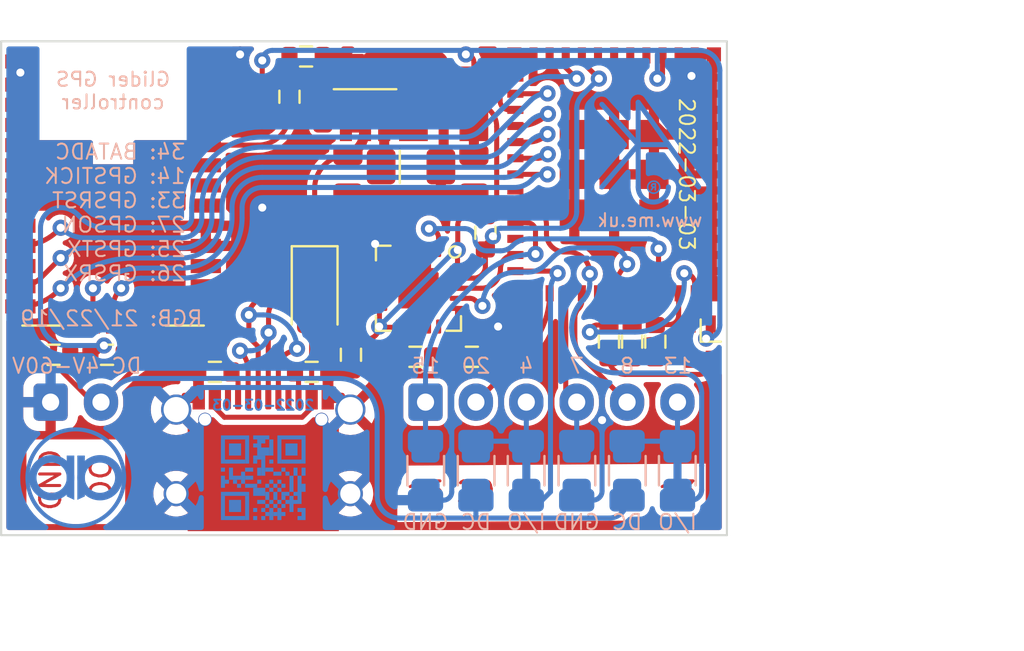
<source format=kicad_pcb>
(kicad_pcb (version 20221018) (generator pcbnew)
  (title_block (title "GPS / Glider control board") (date "${DATE}") (rev "1") (company "Adrian Kennard Andrews & Arnold Ltd") (comment 1 "www.me.uk") (comment 2 "@TheRealRevK"))
  (layers (0 "F.Cu" signal) (31 "B.Cu" signal) (34 "B.Paste" user) (35 "F.Paste" user) (36 "B.SilkS" user "B.Silkscreen") (37 "F.SilkS" user "F.Silkscreen") (38 "B.Mask" user) (39 "F.Mask" user) (44 "Edge.Cuts" user))
  (property "DATE" "2022-03-03")
  (net 0 "")
  (net 1 "D+")
  (net 2 "GND")
  (net 3 "D-")
  (net 4 "+3V3")
  (net 5 "VBUS")
  (net 6 "Net-(D2-Pad2)")
  (net 7 "O")
  (net 8 "I")
  (net 9 "Net-(D2-Pad3)")
  (net 10 "Net-(D2-Pad4)")
  (net 12 "BAT")
  (net 13 "EN")
  (net 14 "DC")
  (net 16 "BOOT")
  (net 17 "G")
  (net 18 "R")
  (net 19 "B")
  (net 23 "TICK")
  (net 25 "GPSTX")
  (net 26 "GPSRX")
  (net 27 "GPSON")
  (net 28 "GPSRST")
  (net 30 "Net-(R12-Pad2)")
  (net 33 "Net-(R4-Pad2)")
  (net 38 "Net-(U2-Pad16)")
  (net 40 "Net-(J3-PadA5)")
  (net 42 "Net-(J3-PadB5)")
  (net 46 "IO6")
  (net 47 "IO5")
  (net 48 "IO4")
  (net 49 "IO3")
  (net 50 "IO2")
  (net 51 "IO1")
  (net 52 "Net-(J2-Pad3)")
  (net 53 "Net-(J2-Pad6)")
  (footprint "RevK:R_0603" (layer "F.Cu") (at 94.65 134.15 180)
    (fp_text reference "R2" hide)
    (fp_text value "5K1")
  )
  (footprint "RevK:USC16-TR-Round" (layer "F.Cu") (at 97.05 142.3)
    (fp_text reference "J3" hide)
    (fp_text value "USB-C")
  )
  (footprint "RevK:R_0603" (layer "F.Cu") (at 99.45 134.15 180)
    (fp_text reference "R3" hide)
    (fp_text value "5K1")
  )
  (footprint "RevK:R_0603" (layer "F.Cu") (at 114.2 132.65 90)
    (fp_text reference "R9" hide)
    (fp_text value "680R")
  )
  (footprint "RevK:R_0603" (layer "F.Cu") (at 116.5 132.65 90)
    (fp_text reference "R10" hide)
    (fp_text value "2K")
  )
  (footprint "RevK:R_0603" (layer "F.Cu") (at 115.35 132.65 90)
    (fp_text reference "R11" hide)
    (fp_text value "220R")
  )
  (footprint "RevK:LED-RGB-1.6x1.6" (layer "F.Cu") (at 118.75 132.65 90)
    (fp_text reference "D2" hide)
    (fp_text value "LED_RGBA")
  )
  (footprint "Diode_SMD:D_1206_3216Metric" (layer "F.Cu") (at 99.6 130.2 -90)
    (fp_text reference "D1" hide)
    (fp_text value "D")
  )
  (footprint "RevK:C_0603" (layer "F.Cu") (at 101.4 133.3 -90)
    (fp_text reference "C1" hide)
    (fp_text value "0.1uF")
  )
  (footprint "RevK:Hidden" (layer "F.Cu") (at 100 121.05 90)
    (fp_text reference "C2" hide)
    (fp_text value "0.1uF")
  )
  (footprint "RevK:Hidden" (layer "F.Cu") (at 101.25 124.35 90)
    (fp_text reference "C3" hide)
    (fp_text value "2.2uF")
  )
  (footprint "RevK:Hidden" (layer "F.Cu") (at 107.5 124.35 90)
    (fp_text reference "C4" hide)
    (fp_text value "10uF")
  )
  (footprint "RevK:Hidden" (layer "F.Cu") (at 104.38 123.97 180)
    (fp_text reference "D3" hide)
    (fp_text value "Schottky")
  )
  (footprint "RevK:Hidden" (layer "F.Cu") (at 106 120.8 180)
    (fp_text reference "L1" hide)
    (fp_text value "6.8uH")
  )
  (footprint "RevK:L96-M33" (layer "F.Cu") (at 89.6 124.85)
    (fp_text reference "U2" hide)
    (fp_text value "L96-M33")
  )
  (footprint "RevK:R_0603" (layer "F.Cu") (at 108.07 127.25 -90)
    (fp_text reference "R1" hide)
    (fp_text value "10k")
  )
  (footprint "RevK:R_0603" (layer "F.Cu") (at 104.6 133.4)
    (fp_text reference "R4" hide)
    (fp_text value "4k7")
  )
  (footprint "RevK:Molex_MiniSPOX_H6RA" (layer "F.Cu") (at 111.35 135.65)
    (fp_text reference "J2" hide)
    (fp_text value "I/O")
  )
  (footprint "RevK:ESP32-PICO-MINI-02" (layer "F.Cu") (at 114.45675 124.35 -90)
    (fp_text reference "U1" hide)
    (fp_text value "ESP32-PICO-MINI-02")
  )
  (footprint "RevK:R_0603" (layer "F.Cu") (at 99.175 118.5 180)
    (fp_text reference "R12" hide)
    (fp_text value "30k 1% or NF")
  )
  (footprint "RevK:Molex_MiniSPOX_H2RA" (layer "F.Cu") (at 87.75 135.65)
    (fp_text reference "J1" hide)
    (fp_text value "DC")
  )
  (footprint "RevK:QFN-20-1EP_4x4mm_P0.5mm_EP2.5x2.5mm" (layer "F.Cu") (at 104.75 130 -90)
    (fp_text reference "U3" hide)
    (fp_text value "FT231XQ")
  )
  (footprint "RevK:RegulatorBlockFB" (layer "F.Cu") (at 102.1 120.8)
    (fp_text reference "U4" hide)
    (fp_text value "LMR16006+FB")
  )
  (footprint "RevK:R_0603" (layer "F.Cu") (at 107.4 133.4)
    (fp_text reference "R5" hide)
    (fp_text value "10k")
  )
  (footprint "RevK:R_0603" (layer "F.Cu") (at 86.65 133.3 180)
    (fp_text reference "R6" hide)
    (fp_text value "470K")
  )
  (footprint "RevK:R_0603" (layer "F.Cu") (at 98.35 120.5 90)
    (fp_text reference "R8" hide)
    (fp_text value "100k 1% or 0R")
  )
  (footprint "RevK:R_0603" (layer "F.Cu") (at 89.3 133.3 180)
    (fp_text reference "R7" hide)
    (fp_text value "100K")
  )
  (footprint "RevK:AA" (layer "B.Cu") (at 87.75 139.4 180)
    (fp_text reference "Logo1" hide)
    (fp_text value "AA" hide)
  )
  (footprint "RevK:QR-SS" (layer "B.Cu") (at 97.05 139.4)
    (fp_text reference "U5" hide)
    (fp_text value "QR" hide)
  )
  (footprint "RevK:Pad_1206_0805_Bridged" (layer "B.Cu") (at 110.1 139.05 -90)
    (fp_text reference "JP6" hide)
    (fp_text value "IO3")
  )
  (footprint "RevK:Pad_1206_0805_Open" (layer "B.Cu") (at 105.1 139.05 90)
    (fp_text reference "JP4" hide)
    (fp_text value "IO1")
  )
  (footprint "RevK:Pad_1206_0805_Open" (layer "B.Cu") (at 107.6 139.05 90)
    (fp_text reference "JP3" hide)
    (fp_text value "IO3")
  )
  (footprint "RevK:Pad_1206_0805_Open" (layer "B.Cu") (at 112.6 139.05 90)
    (fp_text reference "JP2" hide)
    (fp_text value "IO4")
  )
  (footprint "RevK:AJK" (layer "B.Cu") (at 115.65 122.875 180)
    (fp_text reference "Logo2" hide)
    (fp_text value "AJK" hide)
  )
  (footprint "RevK:Pad_1206_0805_Open" (layer "B.Cu") (at 115.1 139.05 90)
    (fp_text reference "JP1" hide)
    (fp_text value "IO6")
  )
  (footprint "RevK:Pad_1206_0805_Bridged" (layer "B.Cu") (at 117.6 139.05 -90)
    (fp_text reference "JP5" hide)
    (fp_text value "IO6")
  )
  (gr_line (start 84.05 117.75) (end 120.05 117.75) (stroke (width 0.1)) (layer "Edge.Cuts"))
  (gr_line (start 84.05 142.25) (end 120.05 142.25) (stroke (width 0.1)) (layer "Edge.Cuts"))
  (gr_line (start 120.05 117.75) (end 120.05 142.25) (stroke (width 0.1)) (layer "Edge.Cuts"))
  (gr_line (start 84.05 142.25) (end 84.05 117.75) (stroke (width 0.1)) (layer "Edge.Cuts"))
  (gr_text "13" (at 117.6 140.1) (layer "F.Cu") (effects (font (size 1 1))))
  (gr_text "7" (at 112.6 140.1) (layer "F.Cu") (effects (font (size 1 1))))
  (gr_text "DC" (at 89 139.5 90) (layer "F.Cu") (effects (font (size 1 1))))
  (gr_text "8" (at 115.1 140.1) (layer "F.Cu") (effects (font (size 1 1))))
  (gr_text "4" (at 110.1 140.1) (layer "F.Cu") (effects (font (size 1 1))))
  (gr_text "15" (at 105.1 140.1) (layer "F.Cu") (effects (font (size 1 1))))
  (gr_text "20" (at 107.6 140.1) (layer "F.Cu") (effects (font (size 1 1))))
  (gr_text "GND" (at 86.5 139.5 90) (layer "F.Cu") (effects (font (size 1 1))))
  (gr_text "7" (at 112.6 133.85) (layer "B.SilkS") (effects (font (size 0.75 0.75) (thickness 0.1)) (justify mirror)))
  (gr_text "4" (at 110.1 133.85) (layer "B.SilkS") (effects (font (size 0.75 0.75) (thickness 0.1)) (justify mirror)))
  (gr_text "I/O" (at 110.1 141.6) (layer "B.SilkS") (effects (font (size 0.75 0.75) (thickness 0.1)) (justify mirror)))
  (gr_text "DC" (at 115.1 141.6) (layer "B.SilkS") (effects (font (size 0.75 0.75) (thickness 0.1)) (justify mirror)))
  (gr_text "15" (at 105.1 133.85) (layer "B.SilkS") (effects (font (size 0.75 0.75) (thickness 0.1)) (justify mirror)))
  (gr_text "34: BATADC\n14: GPSTICK\n33: GPSRST\n27: GPSON\n25: GPSTX\n26: GPSRX" (at 93.25 126.25) (layer "B.SilkS") (effects (font (size 0.75 0.75) (thickness 0.1)) (justify left mirror)))
  (gr_text "GND" (at 112.6 141.6) (layer "B.SilkS") (effects (font (size 0.75 0.75) (thickness 0.1)) (justify mirror)))
  (gr_text "DC" (at 107.6 141.6) (layer "B.SilkS") (effects (font (size 0.75 0.75) (thickness 0.1)) (justify mirror)))
  (gr_text "20" (at 107.6 133.85) (layer "B.SilkS") (effects (font (size 0.75 0.75) (thickness 0.1)) (justify mirror)))
  (gr_text "GND" (at 105.1 141.6) (layer "B.SilkS") (effects (font (size 0.75 0.75) (thickness 0.1)) (justify mirror)))
  (gr_text "DC 4V-60V" (at 87.8 133.85) (layer "B.SilkS") (effects (font (size 0.75 0.75) (thickness 0.1)) (justify mirror)))
  (gr_text "Glider GPS\ncontroller" (at 89.6 120.2) (layer "B.SilkS") (effects (font (size 0.7 0.7) (thickness 0.1)) (justify mirror)))
  (gr_text "8" (at 115.1 133.85) (layer "B.SilkS") (effects (font (size 0.75 0.75) (thickness 0.1)) (justify mirror)))
  (gr_text "I/O" (at 117.6 141.6) (layer "B.SilkS") (effects (font (size 0.75 0.75) (thickness 0.1)) (justify mirror)))
  (gr_text "RGB: 21/22/19" (at 94.1 131.5) (layer "B.SilkS") (effects (font (size 0.75 0.75) (thickness 0.1)) (justify left mirror)))
  (gr_text "13" (at 117.6 133.85) (layer "B.SilkS") (effects (font (size 0.75 0.75) (thickness 0.1)) (justify mirror)))
  (segment (start 96.8 132.9) (end 96.8 135.44) (width 0.25) (layer "F.Cu") (net 1))
  (segment (start 98.62975 133.097828) (end 98.7255 133.002078) (width 0.2) (layer "F.Cu") (net 1))
  (segment (start 96.337057 131.321497) (end 96.337057 132.437057) (width 0.25) (layer "F.Cu") (net 1))
  (segment (start 97.8 135.44) (end 97.8 134) (width 0.25) (layer "F.Cu") (net 1))
  (segment (start 96.337057 132.437057) (end 96.8 132.9) (width 0.25) (layer "F.Cu") (net 1))
  (segment (start 96.395451 131.018876) (end 96.337057 131.07727) (width 0.25) (layer "F.Cu") (net 1))
  (segment (start 98.615252 133.097828) (end 98.62975 133.097828) (width 0.2) (layer "F.Cu") (net 1))
  (segment (start 96.337057 131.07727) (end 96.337057 131.321497) (width 0.25) (layer "F.Cu") (net 1))
  (segment (start 102.8125 130) (end 98.2 130) (width 0.25) (layer "F.Cu") (net 1))
  (via (at 98.7255 133.002078) (size 0.8) (drill 0.4) (layers "F.Cu" "B.Cu") (net 1))
  (via (at 96.337057 131.321497) (size 0.8) (drill 0.4) (layers "F.Cu" "B.Cu") (net 1))
  (arc (start 98.2 130) (mid 97.164745 130.27319) (end 96.395451 131.018876) (width 0.25) (layer "F.Cu") (net 1))
  (arc (start 97.8 134) (mid 98.034208 133.392838) (end 98.615252 133.097828) (width 0.25) (layer "F.Cu") (net 1))
  (segment (start 96.337057 131.321497) (end 97.044919 131.321497) (width 0.25) (layer "B.Cu") (net 1))
  (arc (start 97.044919 131.321497) (mid 98.233269 131.813728) (end 98.7255 133.002078) (width 0.25) (layer "B.Cu") (net 1))
  (segment (start 91.6 131.64729) (end 91.6 131.5) (width 0.25) (layer "F.Cu") (net 2))
  (segment (start 104.75 131.9375) (end 104.75 130) (width 0.25) (layer "F.Cu") (net 2))
  (segment (start 103.75 129) (end 104.75 130) (width 0.25) (layer "F.Cu") (net 2))
  (segment (start 105.25 129.5) (end 104.75 130) (width 0.25) (layer "F.Cu") (net 2))
  (segment (start 100 118.5) (end 101.95 118.5) (width 0.25) (layer "F.Cu") (net 2))
  (segment (start 102.1 118.65) (end 102.1 119.45) (width 0.25) (layer "F.Cu") (net 2))
  (segment (start 103.75 128.0625) (end 103.75 129) (width 0.25) (layer "F.Cu") (net 2))
  (segment (start 109.55675 121.15) (end 109.25 121.15) (width 0.25) (layer "F.Cu") (net 2))
  (segment (start 101.25 125.3) (end 101.25 128.15) (width 0.25) (layer "F.Cu") (net 2))
  (segment (start 108.8 119.10675) (end 108.8 120.7) (width 0.25) (layer "F.Cu") (net 2))
  (segment (start 101.95 118.5) (end 102.1 118.65) (width 0.25) (layer "F.Cu") (net 2))
  (segment (start 102.8125 129) (end 103.75 129) (width 0.25) (layer "F.Cu") (net 2))
  (segment (start 104.25 128.0625) (end 104.25 129.5) (width 0.25) (layer "F.Cu") (net 2))
  (segment (start 90.84885 133.000171) (end 91.174511 132.674511) (width 0.25) (layer "F.Cu") (net 2))
  (segment (start 105.25 128.0625) (end 105.25 129.5) (width 0.25) (layer "F.Cu") (net 2))
  (segment (start 104.75 128.0625) (end 104.75 130) (width 0.25) (layer "F.Cu") (net 2))
  (segment (start 102.8125 129) (end 102.1 129) (width 0.25) (layer "F.Cu") (net 2))
  (via (at 85 119.3) (size 0.8) (drill 0.4) (layers "F.Cu" "B.Cu") (net 2))
  (via (at 113.858486 136.541514) (size 0.8) (drill 0.4) (layers "F.Cu" "B.Cu") (net 2))
  (via (at 102.6 127.8) (size 0.8) (drill 0.4) (layers "F.Cu" "B.Cu") (net 2))
  (via (at 97 126) (size 0.8) (drill 0.4) (layers "F.Cu" "B.Cu") (net 2))
  (via (at 118.29425 119.46752) (size 0.8) (drill 0.4) (layers "F.Cu" "B.Cu") (net 2))
  (via (at 108.7 131.9) (size 0.8) (drill 0.4) (layers "F.Cu" "B.Cu") (net 2))
  (via (at 95.9 118.4) (size 0.8) (drill 0.4) (layers "F.Cu" "B.Cu") (net 2))
  (arc (start 109.25 121.15) (mid 108.931802 121.018198) (end 108.8 120.7) (width 0.25) (layer "F.Cu") (net 2))
  (arc (start 90.125 133.3) (mid 90.516745 133.222077) (end 90.84885 133.000171) (width 0.25) (layer "F.Cu") (net 2))
  (arc (start 91.174511 132.674511) (mid 91.489419 132.203218) (end 91.6 131.64729) (width 0.25) (layer "F.Cu") (net 2))
  (arc (start 101.25 128.15) (mid 101.498959 128.751041) (end 102.1 129) (width 0.25) (layer "F.Cu") (net 2))
  (arc (start 109.50675 118.4) (mid 109.007002 118.607002) (end 108.8 119.10675) (width 0.25) (layer "F.Cu") (net 2))
  (segment (start 105.1 140.5125) (end 105.98846 140.5125) (width 0.25) (layer "B.Cu") (net 2))
  (segment (start 113.858486 140.058486) (end 113.858486 136.541514) (width 0.25) (layer "B.Cu") (net 2))
  (segment (start 106.40048 138.40048) (end 106.40048 140.10048) (width 0.25) (layer "B.Cu") (net 2))
  (segment (start 106.40048 138.40048) (end 106.40048 135.30048) (width 0.25) (layer "B.Cu") (net 2))
  (segment (start 100.5 136.89) (end 100.5 139.32) (width 0.25) (layer "B.Cu") (net 2))
  (segment (start 100.5 139.32) (end 101.37 140.19) (width 0.25) (layer "B.Cu") (net 2))
  (segment (start 100.27498 134.92498) (end 101.37 136.02) (width 0.25) (layer "B.Cu") (net 2))
  (segment (start 112.6 140.5125) (end 113.404472 140.5125) (width 0.25) (layer "B.Cu") (net 2))
  (segment (start 93.82502 134.92498) (end 100.27498 134.92498) (width 0.25) (layer "B.Cu") (net 2))
  (segment (start 92.73 136.02) (end 93.82502 134.92498) (width 0.25) (layer "B.Cu") (net 2))
  (segment (start 101.37 136.02) (end 100.5 136.89) (width 0.25) (layer "B.Cu") (net 2))
  (segment (start 107.178976 133.421023) (end 108.7 131.9) (width 0.25) (layer "B.Cu") (net 2))
  (arc (start 106.40048 135.30048) (mid 106.602805 134.283325) (end 107.178976 133.421023) (width 0.25) (layer "B.Cu") (net 2))
  (arc (start 105.98846 140.5125) (mid 106.279802 140.391822) (end 106.40048 140.10048) (width 0.25) (layer "B.Cu") (net 2))
  (arc (start 113.404472 140.5125) (mid 113.725508 140.379522) (end 113.858486 140.058486) (width 0.25) (layer "B.Cu") (net 2))
  (segment (start 96.3 134.066611) (end 96.3 135.44) (width 0.25) (layer "F.Cu") (net 3))
  (segment (start 97.313184 132.545797) (end 97.313184 131.286816) (width 0.25) (layer "F.Cu") (net 3))
  (segment (start 102.8125 130.5) (end 98.1 130.5) (width 0.25) (layer "F.Cu") (net 3))
  (segment (start 97.3 135.44) (end 97.3 132.558981) (width 0.25) (layer "F.Cu") (net 3))
  (via (at 97.313184 132.2) (size 0.8) (drill 0.4) (layers "F.Cu" "B.Cu") (net 3))
  (via (at 95.899639 133.100055) (size 0.8) (drill 0.4) (layers "F.Cu" "B.Cu") (net 3))
  (arc (start 95.899639 133.100055) (mid 96.195949 133.543515) (end 96.3 134.066611) (width 0.25) (layer "F.Cu") (net 3))
  (arc (start 97.3 132.558981) (mid 97.303862 132.549659) (end 97.313184 132.545797) (width 0.2) (layer "F.Cu") (net 3))
  (arc (start 97.313184 131.286816) (mid 97.543637 130.730453) (end 98.1 130.5) (width 0.25) (layer "F.Cu") (net 3))
  (segment (start 96.413129 133.100055) (end 95.899639 133.100055) (width 0.25) (layer "B.Cu") (net 3))
  (arc (start 97.313184 132.2) (mid 97.049564 132.836435) (end 96.413129 133.100055) (width 0.25) (layer "B.Cu") (net 3))
  (segment (start 102.8125 131) (end 102.8125 132.0875) (width 0.25) (layer "F.Cu") (net 4))
  (segment (start 102.8375 131.9375) (end 102.8 131.9) (width 0.25) (layer "F.Cu") (net 4))
  (segment (start 119.25 131.775) (end 119.25 132.26925) (width 0.25) (layer "F.Cu") (net 4))
  (segment (start 106.6875 129) (end 106.6875 128.1125) (width 0.25) (layer "F.Cu") (net 4))
  (segment (start 106.6875 128.1125) (end 106.7 128.1) (width 0.25) (layer "F.Cu") (net 4))
  (segment (start 108.63 121.98) (end 108.63 125.865) (width 0.25) (layer "F.Cu") (net 4))
  (segment (start 97 118.7) (end 97 119.975) (width 0.25) (layer "F.Cu") (net 4))
  (segment (start 106.7 128.1) (end 106.7 126.86) (width 0.25) (layer "F.Cu") (net 4))
  (segment (start 103.75 131.9375) (end 102.8375 131.9375) (width 0.25) (layer "F.Cu") (net 4))
  (segment (start 103.75 131.9375) (end 104.25 131.9375) (width 0.25) (layer "F.Cu") (net 4))
  (segment (start 107.5 120.85) (end 107.5 118.8) (width 0.25) (layer "F.Cu") (net 4))
  (segment (start 101.4 132.525) (end 102.175 132.525) (width 0.25) (layer "F.Cu") (net 4))
  (segment (start 94.2 122.9) (end 96.775 122.9) (width 0.25) (layer "F.Cu") (net 4))
  (segment (start 108.07 126.425) (end 107.135 126.425) (width 0.25) (layer "F.Cu") (net 4))
  (segment (start 119.25 132.26925) (end 119.01875 132.5005) (width 0.25) (layer "F.Cu") (net 4))
  (segment (start 116.85675 118.45) (end 116.85675 119.34325) (width 0.25) (layer "F.Cu") (net 4))
  (via (at 97 118.7) (size 0.8) (drill 0.4) (layers "F.Cu" "B.Cu") (net 4))
  (via (at 107.1 118.4) (size 0.8) (drill 0.4) (layers "F.Cu" "B.Cu") (net 4))
  (via (at 102.8 131.9) (size 0.8) (drill 0.4) (layers "F.Cu" "B.Cu") (net 4))
  (via (at 106.7 128.1) (size 0.8) (drill 0.4) (layers "F.Cu" "B.Cu") (net 4))
  (via (at 119.01875 132.5005) (size 0.8) (drill 0.4) (layers "F.Cu" "B.Cu") (net 4))
  (via (at 116.6 119.6) (size 0.8) (drill 0.4) (layers "F.Cu" "B.Cu") (net 4))
  (arc (start 106.7 126.86) (mid 106.827409 126.552409) (end 107.135 126.425) (width 0.25) (layer "F.Cu") (net 4))
  (arc (start 107.5 118.8) (mid 107.382843 118.517157) (end 107.1 118.4) (width 0.25) (layer "F.Cu") (net 4))
  (arc (start 97 119.975) (mid 97.395406 120.929594) (end 98.35 121.325) (width 0.25) (layer "F.Cu") (net 4))
  (arc (start 102.175 132.525) (mid 102.616942 132.341942) (end 102.8 131.9) (width 0.25) (layer "F.Cu") (net 4))
  (arc (start 96.775 122.9) (mid 97.888693 122.438693) (end 98.35 121.325) (width 0.25) (layer "F.Cu") (net 4))
  (arc (start 107.5 120.85) (mid 108.299031 121.180969) (end 108.63 121.98) (width 0.25) (layer "F.Cu") (net 4))
  (arc (start 116.85675 119.34325) (mid 116.78155 119.5248) (end 116.6 119.6) (width 0.25) (layer "F.Cu") (net 4))
  (arc (start 108.63 125.865) (mid 108.46598 126.26098) (end 108.07 126.425) (width 0.25) (layer "F.Cu") (net 4))
  (segment (start 97.5 118.2) (end 118.7 118.2) (width 0.25) (layer "B.Cu") (net 4))
  (segment (start 106.7 128.1) (end 106.6 128.1) (width 0.25) (layer "B.Cu") (net 4))
  (segment (start 116.6 119.6) (end 116.6 118.4) (width 0.25) (layer "B.Cu") (net 4))
  (segment (start 106.6 128.1) (end 102.8 131.9) (width 0.25) (layer "B.Cu") (net 4))
  (segment (start 119.7 119.2) (end 119.7 131.81925) (width 0.25) (layer "B.Cu") (net 4))
  (arc (start 97 118.7) (mid 97.146447 118.346447) (end 97.5 118.2) (width 0.25) (layer "B.Cu") (net 4))
  (arc (start 119.7 131.81925) (mid 119.500466 132.300966) (end 119.01875 132.5005) (width 0.25) (layer "B.Cu") (net 4))
  (arc (start 118.7 118.2) (mid 119.407107 118.492893) (end 119.7 119.2) (width 0.25) (layer "B.Cu") (net 4))
  (segment (start 99.45 135.925006) (end 98.975006 136.4) (width 0.25) (layer "F.Cu") (net 5))
  (segment (start 99.45 135.44) (end 99.45 135.925006) (width 0.25) (layer "F.Cu") (net 5))
  (segment (start 99.45 135.44) (end 99.45 133.25) (width 0.25) (layer "F.Cu") (net 5))
  (segment (start 99.45 133.25) (end 99.45 131.75) (width 0.25) (layer "F.Cu") (net 5))
  (segment (start 94.65 135.925006) (end 94.65 135.44) (width 0.25) (layer "F.Cu") (net 5))
  (segment (start 99.5 133.3) (end 99.45 133.25) (width 0.25) (layer "F.Cu") (net 5))
  (segment (start 98.975006 136.4) (end 95.124994 136.4) (width 0.25) (layer "F.Cu") (net 5))
  (segment (start 103.533579 133.3) (end 99.5 133.3) (width 0.25) (layer "F.Cu") (net 5))
  (segment (start 95.124994 136.4) (end 94.65 135.925006) (width 0.25) (layer "F.Cu") (net 5))
  (arc (start 103.775 133.4) (mid 103.664235 133.325989) (end 103.533579 133.3) (width 0.25) (layer "F.Cu") (net 5))
  (arc (start 99.45 131.75) (mid 99.493934 131.643934) (end 99.6 131.6) (width 0.25) (layer "F.Cu") (net 5))
  (segment (start 118.675489 134.274511) (end 114.999511 134.274511) (width 0.25) (layer "F.Cu") (net 6))
  (segment (start 119.25 133.525) (end 119.25 133.7) (width 0.25) (layer "F.Cu") (net 6))
  (arc (start 119.25 133.7) (mid 119.08173 134.106241) (end 118.675489 134.274511) (width 0.25) (layer "F.Cu") (net 6))
  (arc (start 114.999511 134.274511) (mid 114.434171 134.04034) (end 114.2 133.475) (width 0.25) (layer "F.Cu") (net 6))
  (segment (start 115.25675 130.25) (end 115.25675 129.800978) (width 0.25) (layer "F.Cu") (net 7))
  (segment (start 105.75 128.0625) (end 105.75 127.52) (width 0.25) (layer "F.Cu") (net 7))
  (segment (start 116.659368 128.038546) (end 116.659368 128.940632) (width 0.25) (layer "F.Cu") (net 7))
  (segment (start 115.578864 129.478864) (end 116.121136 129.478864) (width 0.25) (layer "F.Cu") (net 7))
  (via (at 105.27 127.04) (size 0.8) (drill 0.4) (layers "F.Cu" "B.Cu") (net 7))
  (via (at 116.659368 128.038546) (size 0.8) (drill 0.4) (layers "F.Cu" "B.Cu") (net 7))
  (arc (start 105.75 127.52) (mid 105.609411 127.180589) (end 105.27 127.04) (width 0.25) (layer "F.Cu") (net 7))
  (arc (start 115.25675 129.800978) (mid 115.351095 129.573209) (end 115.578864 129.478864) (width 0.25) (layer "F.Cu") (net 7))
  (arc (start 116.659368 128.940632) (mid 116.501723 129.321219) (end 116.121136 129.478864) (width 0.25) (layer "F.Cu") (net 7))
  (segment (start 110.248202 127.548663) (end 116.169485 127.548663) (width 0.25) (layer "B.Cu") (net 7))
  (segment (start 108.143355 128.142917) (end 108.813547 128.142917) (width 0.25) (layer "B.Cu") (net 7))
  (segment (start 105.27 127.04) (end 107.040438 127.04) (width 0.25) (layer "B.Cu") (net 7))
  (arc (start 116.169485 127.548663) (mid 116.515885 127.692146) (end 116.659368 128.038546) (width 0.25) (layer "B.Cu") (net 7))
  (arc (start 107.550219 127.549781) (mid 107.723945 127.969191) (end 108.143355 128.142917) (width 0.25) (layer "B.Cu") (net 7))
  (arc (start 108.813547 128.142917) (mid 109.130933 128.079785) (end 109.4 127.9) (width 0.25) (layer "B.Cu") (net 7))
  (arc (start 109.4 127.9) (mid 109.789158 127.639973) (end 110.248202 127.548663) (width 0.25) (layer "B.Cu") (net 7))
  (arc (start 107.040438 127.04) (mid 107.400908 127.189311) (end 107.550219 127.549781) (width 0.25) (layer "B.Cu") (net 7))
  (segment (start 107.671832 130.745982) (end 107.794966 130.745982) (width 0.25) (layer "F.Cu") (net 8))
  (segment (start 106.6875 130.5) (end 107.3 130.5) (width 0.25) (layer "F.Cu") (net 8))
  (segment (start 107.794966 130.745982) (end 107.9245 130.875516) (width 0.25) (layer "F.Cu") (net 8))
  (segment (start 115.027208 128.872791) (end 115.1 128.8) (width 0.25) (layer "F.Cu") (net 8))
  (via (at 115.1 128.8) (size 0.8) (drill 0.4) (layers "F.Cu" "B.Cu") (net 8))
  (via (at 107.9245 130.875516) (size 0.8) (drill 0.4) (layers "F.Cu" "B.Cu") (net 8))
  (arc (start 107.3 130.5) (mid 107.522228 130.567412) (end 107.671832 130.745982) (width 0.25) (layer "F.Cu") (net 8))
  (arc (start 114.45675 130.25) (mid 114.605007 129.50466) (end 115.027208 128.872791) (width 0.25) (layer "F.Cu") (net 8))
  (segment (start 109.6 129.2) (end 110.172338 129.2) (width 0.25) (layer "B.Cu") (net 8))
  (segment (start 112.499572 128) (end 113.720482 128) (width 0.25) (layer "B.Cu") (net 8))
  (segment (start 111.040426 128.840426) (end 111.443349 128.437502) (width 0.25) (layer "B.Cu") (net 8))
  (segment (start 107.9245 130.875516) (end 107.9245 130.8755) (width 0.25) (layer "B.Cu") (net 8))
  (segment (start 114.3 128) (end 113.720482 128) (width 0.25) (layer "B.Cu") (net 8))
  (arc (start 107.9245 130.8755) (mid 108.415243 129.690743) (end 109.6 129.2) (width 0.25) (layer "B.Cu") (net 8))
  (arc (start 110.172338 129.2) (mid 110.642144 129.106549) (end 111.040426 128.840426) (width 0.25) (layer "B.Cu") (net 8))
  (arc (start 111.443349 128.437502) (mid 111.927949 128.113703) (end 112.499572 128) (width 0.25) (layer "B.Cu") (net 8))
  (arc (start 115.1 128.8) (mid 114.865685 128.234315) (end 114.3 128) (width 0.25) (layer "B.Cu") (net 8))
  (segment (start 118.2 133.475) (end 118.25 133.525) (width 0.25) (layer "F.Cu") (net 9))
  (segment (start 116.5 133.475) (end 118.2 133.475) (width 0.25) (layer "F.Cu") (net 9))
  (segment (start 117.47548 132.54952) (end 116.27548 132.54952) (width 0.25) (layer "F.Cu") (net 10))
  (arc (start 118.25 131.775) (mid 118.023148 132.322668) (end 117.47548 132.54952) (width 0.25) (layer "F.Cu") (net 10))
  (arc (start 116.27548 132.54952) (mid 115.621067 132.820587) (end 115.35 133.475) (width 0.25) (layer "F.Cu") (net 10))
  (segment (start 112.05675 119.05675) (end 112.6 119.6) (width 0.25) (layer "F.Cu") (net 12))
  (segment (start 87.475 133.3) (end 88.475 133.3) (width 0.25) (layer "F.Cu") (net 12))
  (segment (start 112.05675 118.45) (end 112.05675 119.05675) (width 0.25) (layer "F.Cu") (net 12))
  (segment (start 88.838022 133.149632) (end 89.147056 132.840597) (width 0.25) (layer "F.Cu") (net 12))
  (via (at 112.6 119.6) (size 0.8) (drill 0.4) (layers "F.Cu" "B.Cu") (net 12))
  (via (at 89.147056 132.840597) (size 0.8) (drill 0.4) (layers "F.Cu" "B.Cu") (net 12))
  (arc (start 88.475 133.3) (mid 88.671466 133.260921) (end 88.838022 133.149632) (width 0.25) (layer "F.Cu") (net 12))
  (segment (start 93.5 126) (end 93.5 126.5) (width 0.25) (layer "B.Cu") (net 12))
  (segment (start 110 120) (end 107.853554 122.146446) (width 0.25) (layer "B.Cu") (net 12))
  (segment (start 93 127) (end 89.207106 127) (width 0.25) (layer "B.Cu") (net 12))
  (segment (start 88 126.5) (end 87.853554 126.353554) (width 0.25) (layer "B.Cu") (net 12))
  (segment (start 87.340597 132.840597) (end 89.147056 132.840597) (width 0.25) (layer "B.Cu") (net 12))
  (segment (start 107 122.5) (end 97 122.5) (width 0.25) (layer "B.Cu") (net 12))
  (segment (start 112.5 119.5) (end 111.207106 119.5) (width 0.25) (layer "B.Cu") (net 12))
  (segment (start 86 127) (end 86 131.5) (width 0.25) (layer "B.Cu") (net 12))
  (segment (start 112.6 119.6) (end 112.5 119.5) (width 0.25) (layer "B.Cu") (net 12))
  (arc (start 87.853554 126.353554) (mid 87.46194 126.091885) (end 87 126) (width 0.25) (layer "B.Cu") (net 12))
  (arc (start 89.207106 127) (mid 88.553825 126.870054) (end 88 126.5) (width 0.25) (layer "B.Cu") (net 12))
  (arc (start 111.207106 119.5) (mid 110.553825 119.629946) (end 110 120) (width 0.25) (layer "B.Cu") (net 12))
  (arc (start 107.853554 122.146446) (mid 107.46194 122.408114) (end 107 122.5) (width 0.25) (layer "B.Cu") (net 12))
  (arc (start 87 126) (mid 86.292893 126.292893) (end 86 127) (width 0.25) (layer "B.Cu") (net 12))
  (arc (start 97 122.5) (mid 94.525126 123.525126) (end 93.5 126) (width 0.25) (layer "B.Cu") (net 12))
  (arc (start 86 131.5) (mid 86.392652 132.447945) (end 87.340597 132.840597) (width 0.25) (layer "B.Cu") (net 12))
  (arc (start 93.5 126.5) (mid 93.353553 126.853553) (end 93 127) (width 0.25) (layer "B.Cu") (net 12))
  (segment (start 108.07 128.075) (end 108.07 128.91) (width 0.25) (layer "F.Cu") (net 13))
  (segment (start 112.85675 118.75675) (end 113.7 119.6) (width 0.25) (layer "F.Cu") (net 13))
  (segment (start 108.270204 127.591665) (end 108.443453 127.418416) (width 0.25) (layer "F.Cu") (net 13))
  (segment (start 112.85675 118.45) (end 112.85675 118.75675) (width 0.25) (layer "F.Cu") (net 13))
  (segment (start 106.6875 129.5) (end 107.48 129.5) (width 0.25) (layer "F.Cu") (net 13))
  (via (at 113.7 119.6) (size 0.8) (drill 0.4) (layers "F.Cu" "B.Cu") (net 13))
  (via (at 108.443453 127.418416) (size 0.8) (drill 0.4) (layers "F.Cu" "B.Cu") (net 13))
  (arc (start 108.07 128.075) (mid 108.122031 127.813421) (end 108.270204 127.591665) (width 0.25) (layer "F.Cu") (net 13))
  (arc (start 108.07 128.91) (mid 107.897193 129.327193) (end 107.48 129.5) (width 0.25) (layer "F.Cu") (net 13))
  (segment (start 113.7 119.6) (end 112.882843 120.417157) (width 0.25) (layer "B.Cu") (net 13))
  (segment (start 112.6 121.1) (end 112.6 126.2) (width 0.25) (layer "B.Cu") (net 13))
  (segment (start 111.7755 127.0245) (end 108.837369 127.0245) (width 0.25) (layer "B.Cu") (net 13))
  (arc (start 112.6 126.2) (mid 112.35851 126.78301) (end 111.7755 127.0245) (width 0.25) (layer "B.Cu") (net 13))
  (arc (start 112.882843 120.417157) (mid 112.673509 120.730448) (end 112.6 121.1) (width 0.25) (layer "B.Cu") (net 13))
  (arc (start 108.837369 127.0245) (mid 108.558828 127.139875) (end 108.443453 127.418416) (width 0.25) (layer "B.Cu") (net 13))
  (segment (start 89 135.65) (end 90.486347 134.163653) (width 0.25) (layer "F.Cu") (net 14))
  (segment (start 99.6 125.05) (end 99.6 128.8) (width 0.25) (layer "F.Cu") (net 14))
  (segment (start 86.529172 133.591677) (end 88.295808 135.358314) (width 0.25) (layer "F.Cu") (net 14))
  (segment (start 101.15 122.15) (end 102.1 122.15) (width 0.25) (layer "F.Cu") (net 14))
  (segment (start 98.769666 128.8) (end 99.6 128.8) (width 0.25) (layer "F.Cu") (net 14))
  (segment (start 92.44952 133.35048) (end 94.219186 133.35048) (width 0.25) (layer "F.Cu") (net 14))
  (arc (start 94.219186 133.35048) (mid 95.036823 133.011804) (end 95.375499 132.194167) (width 0.25) (layer "F.Cu") (net 14))
  (arc (start 101.25 123.4) (mid 100.083274 123.883274) (end 99.6 125.05) (width 0.25) (layer "F.Cu") (net 14))
  (arc (start 90.486347 134.163653) (mid 91.387058 133.561817) (end 92.44952 133.35048) (width 0.25) (layer "F.Cu") (net 14))
  (arc (start 88.295808 135.358314) (mid 88.618894 135.574193) (end 89 135.65) (width 0.25) (layer "F.Cu") (net 14))
  (arc (start 95.375499 132.194167) (mid 96.369627 129.794128) (end 98.769666 128.8) (width 0.25) (layer "F.Cu") (net 14))
  (arc (start 85.825 133.3) (mid 86.206095 133.375804) (end 86.529172 133.591677) (width 0.25) (layer "F.Cu") (net 14))
  (segment (start 102.698104 136.378549) (end 102.7 136.5) (width 0.25) (layer "B.Cu") (net 14))
  (segment (start 102.7 136.5) (end 102.7 140.3) (width 0.25) (layer "B.Cu") (net 14))
  (segment (start 103.79952 141.39952) (end 107.50048 141.39952) (width 0.25) (layer "B.Cu") (net 14))
  (segment (start 90.775 134.475) (end 100.794555 134.475) (width 0.25) (layer "B.Cu") (net 14))
  (segment (start 89 135.65) (end 89.750735 134.899265) (width 0.25) (layer "B.Cu") (net 14))
  (segment (start 107.6 140.5125) (end 107.6 141.3) (width 0.25) (layer "B.Cu") (net 14))
  (segment (start 114.21298 141.39952) (end 107.50048 141.39952) (width 0.25) (layer "B.Cu") (net 14))
  (arc (start 100.794555 134.475) (mid 102.140567 135.032537) (end 102.698104 136.378549) (width 0.25) (layer "B.Cu") (net 14))
  (arc (start 107.6 141.3) (mid 107.570851 141.370371) (end 107.50048 141.39952) (width 0.25) (layer "B.Cu") (net 14))
  (arc (start 102.7 140.3) (mid 103.022042 141.077478) (end 103.79952 141.39952) (width 0.25) (layer "B.Cu") (net 14))
  (arc (start 89.750735 134.899265) (mid 90.220671 134.585263) (end 90.775 134.475) (width 0.25) (layer "B.Cu") (net 14))
  (arc (start 115.1 140.5125) (mid 114.840198 141.139718) (end 114.21298 141.39952) (width 0.25) (layer "B.Cu") (net 14))
  (segment (start 106.6875 130) (end 107.85 130) (width 0.25) (layer "F.Cu") (net 16))
  (segment (start 109.5 128.35) (end 109.55675 128.35) (width 0.25) (layer "F.Cu") (net 16))
  (arc (start 107.85 130) (mid 108.535894 129.715894) (end 108.82 129.03) (width 0.25) (layer "F.Cu") (net 16))
  (arc (start 108.82 129.03) (mid 109.019167 128.549167) (end 109.5 128.35) (width 0.25) (layer "F.Cu") (net 16))
  (segment (start 117.65675 130.25) (end 117.65675 131.34325) (width 0.25) (layer "F.Cu") (net 17))
  (segment (start 117.2 131.8) (end 116.525 131.8) (width 0.25) (layer "F.Cu") (net 17))
  (arc (start 117.65675 131.34325) (mid 117.522971 131.666221) (end 117.2 131.8) (width 0.25) (layer "F.Cu") (net 17))
  (arc (start 116.525 131.8) (mid 116.507322 131.807322) (end 116.5 131.825) (width 0.25) (layer "F.Cu") (net 17))
  (segment (start 118.45675 130.25) (end 118.45675 129.775745) (width 0.25) (layer "F.Cu") (net 18))
  (segment (start 113.604834 131.825) (end 114.2 131.825) (width 0.25) (layer "F.Cu") (net 18))
  (via (at 117.936884 129.255879) (size 0.8) (drill 0.4) (layers "F.Cu" "B.Cu") (net 18))
  (via (at 113.255618 132.174216) (size 0.8) (drill 0.4) (layers "F.Cu" "B.Cu") (net 18))
  (arc (start 113.255618 132.174216) (mid 113.357901 131.927283) (end 113.604834 131.825) (width 0.25) (layer "F.Cu") (net 18))
  (arc (start 118.45675 129.775745) (mid 118.304485 129.408144) (end 117.936884 129.255879) (width 0.25) (layer "F.Cu") (net 18))
  (segment (start 115.483032 132.174216) (end 113.255618 132.174216) (width 0.25) (layer "B.Cu") (net 18))
  (segment (start 117.936884 129.255879) (end 117.936884 129.720364) (width 0.25) (layer "B.Cu") (net 18))
  (arc (start 117.936884 129.720364) (mid 117.218167 131.455499) (end 115.483032 132.174216) (width 0.25) (layer "B.Cu") (net 18))
  (segment (start 116.85675 130.25) (end 116.85675 130.64325) (width 0.25) (layer "F.Cu") (net 19))
  (segment (start 116.39952 131.10048) (end 116.07452 131.10048) (width 0.25) (layer "F.Cu") (net 19))
  (arc (start 116.07452 131.10048) (mid 115.562207 131.312687) (end 115.35 131.825) (width 0.25) (layer "F.Cu") (net 19))
  (arc (start 116.85675 130.64325) (mid 116.72283 130.96656) (end 116.39952 131.10048) (width 0.25) (layer "F.Cu") (net 19))
  (segment (start 109.55675 124.35) (end 111.15 124.35) (width 0.25) (layer "F.Cu") (net 23))
  (segment (start 89.6 131.5) (end 89.6 130.965685) (width 0.25) (layer "F.Cu") (net 23))
  (via (at 90 130) (size 0.8) (drill 0.4) (layers "F.Cu" "B.Cu") (net 23))
  (via (at 111.15 124.35) (size 0.8) (drill 0.4) (layers "F.Cu" "B.Cu") (net 23))
  (arc (start 89.6 130.965685) (mid 89.703957 130.44306) (end 90 130) (width 0.25) (layer "F.Cu") (net 23))
  (segment (start 109.5 125) (end 97 125) (width 0.25) (layer "B.Cu") (net 23))
  (segment (start 110.5 124.5) (end 110.353554 124.646446) (width 0.25) (layer "B.Cu") (net 23))
  (segment (start 90.146446 129.853554) (end 90 130) (width 0.25) (layer "B.Cu") (net 23))
  (segment (start 96 126) (end 96 126.5) (width 0.25) (layer "B.Cu") (net 23))
  (segment (start 111.15 124.35) (end 110.862132 124.35) (width 0.25) (layer "B.Cu") (net 23))
  (segment (start 93 129.5) (end 91 129.5) (width 0.25) (layer "B.Cu") (net 23))
  (arc (start 96 126.5) (mid 95.12132 128.62132) (end 93 129.5) (width 0.25) (layer "B.Cu") (net 23))
  (arc (start 110.353554 124.646446) (mid 109.96194 124.908114) (end 109.5 125) (width 0.25) (layer "B.Cu") (net 23))
  (arc (start 97 125) (mid 96.292893 125.292893) (end 96 126) (width 0.25) (layer "B.Cu") (net 23))
  (arc (start 91 129.5) (mid 90.53806 129.591886) (end 90.146446 129.853554) (width 0.25) (layer "B.Cu") (net 23))
  (arc (start 110.862132 124.35) (mid 110.666148 124.388984) (end 110.5 124.5) (width 0.25) (layer "B.Cu") (net 23))
  (segment (start 86.024264 129.475736) (end 87 128.5) (width 0.25) (layer "F.Cu") (net 25))
  (segment (start 109.55675 121.95) (end 109.729015 121.95) (width 0.25) (layer "F.Cu") (net 25))
  (via (at 111.172934 121.351909) (size 0.8) (drill 0.4) (layers "F.Cu" "B.Cu") (net 25))
  (via (at 87 128.5) (size 0.8) (drill 0.4) (layers "F.Cu" "B.Cu") (net 25))
  (arc (start 85 129.9) (mid 85.554328 129.789737) (end 86.024264 129.475736) (width 0.25) (layer "F.Cu") (net 25))
  (arc (start 109.729015 121.95) (mid 110.510458 121.794561) (end 111.172934 121.351909) (width 0.25) (layer "F.Cu") (net 25))
  (segment (start 94.5 126) (end 94.5 126.5) (width 0.25) (layer "B.Cu") (net 25))
  (segment (start 108 123.5) (end 97 123.5) (width 0.25) (layer "B.Cu") (net 25))
  (segment (start 110.276971 121.723029) (end 108.853554 123.146446) (width 0.25) (layer "B.Cu") (net 25))
  (segment (start 93 128) (end 88.207106 128) (width 0.25) (layer "B.Cu") (net 25))
  (arc (start 108.853554 123.146446) (mid 108.46194 123.408114) (end 108 123.5) (width 0.25) (layer "B.Cu") (net 25))
  (arc (start 111.172934 121.351909) (mid 110.688042 121.44836) (end 110.276971 121.723029) (width 0.25) (layer "B.Cu") (net 25))
  (arc (start 93 128) (mid 94.06066 127.56066) (end 94.5 126.5) (width 0.25) (layer "B.Cu") (net 25))
  (arc (start 88.207106 128) (mid 87.553825 128.129946) (end 87 128.5) (width 0.25) (layer "B.Cu") (net 25))
  (arc (start 97 123.5) (mid 95.232233 124.232233) (end 94.5 126) (width 0.25) (layer "B.Cu") (net 25))
  (segment (start 109.55675 122.75) (end 110.189556 122.75) (width 0.25) (layer "F.Cu") (net 26))
  (segment (start 86.877818 130.122183) (end 87 130) (width 0.25) (layer "F.Cu") (net 26))
  (via (at 87 130) (size 0.8) (drill 0.4) (layers "F.Cu" "B.Cu") (net 26))
  (via (at 111.152344 122.3512) (size 0.8) (drill 0.4) (layers "F.Cu" "B.Cu") (net 26))
  (arc (start 85 130.9) (mid 86.016268 130.697852) (end 86.877818 130.122183) (width 0.25) (layer "F.Cu") (net 26))
  (arc (start 110.189556 122.75) (mid 110.710613 122.646355) (end 111.152344 122.3512) (width 0.25) (layer "F.Cu") (net 26))
  (segment (start 109.353554 123.646446) (end 110.29274 122.707259) (width 0.25) (layer "B.Cu") (net 26))
  (segment (start 93 128.5) (end 90.62132 128.5) (width 0.25) (layer "B.Cu") (net 26))
  (segment (start 95 126) (end 95 126.5) (width 0.25) (layer "B.Cu") (net 26))
  (segment (start 108.5 124) (end 97 124) (width 0.25) (layer "B.Cu") (net 26))
  (arc (start 109.353554 123.646446) (mid 108.96194 123.908114) (end 108.5 124) (width 0.25) (layer "B.Cu") (net 26))
  (arc (start 111.152344 122.3512) (mid 110.68713 122.443737) (end 110.29274 122.707259) (width 0.25) (layer "B.Cu") (net 26))
  (arc (start 97 124) (mid 95.585786 124.585786) (end 95 126) (width 0.25) (layer "B.Cu") (net 26))
  (arc (start 93 128.5) (mid 94.414214 127.914214) (end 95 126.5) (width 0.25) (layer "B.Cu") (net 26))
  (arc (start 90.62132 128.5) (mid 88.661476 128.889837) (end 87 130) (width 0.25) (layer "B.Cu") (net 26))
  (segment (start 109.55675 123.55) (end 110.684082 123.55) (width 0.25) (layer "F.Cu") (net 27))
  (segment (start 88.6 131.5) (end 88.6 130) (width 0.25) (layer "F.Cu") (net 27))
  (via (at 111.165435 123.350617) (size 0.8) (drill 0.4) (layers "F.Cu" "B.Cu") (net 27))
  (via (at 88.6 130) (size 0.8) (drill 0.4) (layers "F.Cu" "B.Cu") (net 27))
  (arc (start 110.684082 123.55) (mid 110.944588 123.498182) (end 111.165435 123.350617) (width 0.25) (layer "F.Cu") (net 27))
  (segment (start 110.284479 123.715521) (end 109.853554 124.146446) (width 0.25) (layer "B.Cu") (net 27))
  (segment (start 95.5 126) (end 95.5 126.5) (width 0.25) (layer "B.Cu") (net 27))
  (segment (start 93 129) (end 91.014213 129) (width 0.25) (layer "B.Cu") (net 27))
  (segment (start 109 124.5) (end 97 124.5) (width 0.25) (layer "B.Cu") (net 27))
  (arc (start 109.853554 124.146446) (mid 109.46194 124.408114) (end 109 124.5) (width 0.25) (layer "B.Cu") (net 27))
  (arc (start 97 124.5) (mid 95.93934 124.93934) (end 95.5 126) (width 0.25) (layer "B.Cu") (net 27))
  (arc (start 93 129) (mid 94.767767 128.267767) (end 95.5 126.5) (width 0.25) (layer "B.Cu") (net 27))
  (arc (start 91.014213 129) (mid 89.707651 129.259891) (end 88.6 130) (width 0.25) (layer "B.Cu") (net 27))
  (arc (start 111.165435 123.350617) (mid 110.688665 123.445452) (end 110.284479 123.715521) (width 0.25) (layer "B.Cu") (net 27))
  (segment (start 109.55675 120.35) (end 111.111224 120.35) (width 0.25) (layer "F.Cu") (net 28))
  (segment (start 86.877818 127.122183) (end 87 127) (width 0.25) (layer "F.Cu") (net 28))
  (via (at 87 127) (size 0.8) (drill 0.4) (layers "F.Cu" "B.Cu") (net 28))
  (via (at 111.152762 120.332794) (size 0.8) (drill 0.4) (layers "F.Cu" "B.Cu") (net 28))
  (arc (start 85 127.9) (mid 86.016268 127.697852) (end 86.877818 127.122183) (width 0.25) (layer "F.Cu") (net 28))
  (arc (start 111.111224 120.35) (mid 111.133704 120.345528) (end 111.152762 120.332794) (width 0.25) (layer "F.Cu") (net 28))
  (segment (start 93 127.5) (end 88.207106 127.5) (width 0.25) (layer "B.Cu") (net 28))
  (segment (start 107.5 123) (end 97 123) (width 0.25) (layer "B.Cu") (net 28))
  (segment (start 94 126) (end 94 126.5) (width 0.25) (layer "B.Cu") (net 28))
  (segment (start 110.323866 120.676134) (end 108.353554 122.646446) (width 0.25) (layer "B.Cu") (net 28))
  (arc (start 108.353554 122.646446) (mid 107.96194 122.908114) (end 107.5 123) (width 0.25) (layer "B.Cu") (net 28))
  (arc (start 111.152762 120.332794) (mid 110.704167 120.422025) (end 110.323866 120.676134) (width 0.25) (layer "B.Cu") (net 28))
  (arc (start 88.207106 127.5) (mid 87.553825 127.370054) (end 87 127) (width 0.25) (layer "B.Cu") (net 28))
  (arc (start 97 123) (mid 94.87868 123.87868) (end 94 126) (width 0.25) (layer "B.Cu") (net 28))
  (arc (start 94 126.5) (mid 93.707107 127.207107) (end 93 127.5) (width 0.25) (layer "B.Cu") (net 28))
  (segment (start 98.575 119.45) (end 101.15 119.45) (width 0.25) (layer "F.Cu") (net 30))
  (segment (start 98.35 118.5) (end 98.35 119.675) (width 0.25) (layer "F.Cu") (net 30))
  (arc (start 98.35 119.675) (mid 98.415901 119.515901) (end 98.575 119.45) (width 0.25) (layer "F.Cu") (net 30))
  (segment (start 106.6875 131) (end 106.6875 133.128401) (width 0.25) (layer "F.Cu") (net 33))
  (segment (start 106.575 133.4) (end 105.425 133.4) (width 0.25) (layer "F.Cu") (net 33))
  (arc (start 106.6875 133.128401) (mid 106.658262 133.275389) (end 106.575 133.4) (width 0.25) (layer "F.Cu") (net 33))
  (segment (start 85 120.9) (end 85 121.9) (width 0.25) (layer "F.Cu") (net 38))
  (segment (start 95.8 135.44) (end 95.8 134.475) (width 0.25) (layer "F.Cu") (net 40))
  (segment (start 95.8 134.475) (end 95.475 134.15) (width 0.25) (layer "F.Cu") (net 40))
  (segment (start 98.8 135.44) (end 98.8 134.325) (width 0.25) (layer "F.Cu") (net 42))
  (segment (start 98.8 134.325) (end 98.625 134.15) (width 0.25) (layer "F.Cu") (net 42))
  (segment (start 109.55675 125.95) (end 110.20675 125.95) (width 0.25) (layer "F.Cu") (net 46))
  (segment (start 111.1 126.84325) (end 111.1 127.3) (width 0.25) (layer "F.Cu") (net 46))
  (segment (start 112 128.2) (end 112.2 128.2) (width 0.25) (layer "F.Cu") (net 46))
  (segment (start 113.247203 129.247203) (end 113.247203 129.281555) (width 0.25) (layer "F.Cu") (net 46))
  (via (at 113.247203 129.281555) (size 0.8) (drill 0.4) (layers "F.Cu" "B.Cu") (net 46))
  (arc (start 110.20675 125.95) (mid 110.838373 126.211627) (end 111.1 126.84325) (width 0.25) (layer "F.Cu") (net 46))
  (arc (start 112.2 128.2) (mid 112.940484 128.506719) (end 113.247203 129.247203) (width 0.25) (layer "F.Cu") (net 46))
  (arc (start 111.1 127.3) (mid 111.363604 127.936396) (end 112 128.2) (width 0.25) (layer "F.Cu") (net 46))
  (segment (start 113.247203 129.281555) (end 113.247203 129.782291) (width 0.25) (layer "B.Cu") (net 46))
  (segment (start 118.79952 135.20048) (end 118.79952 138.79952) (width 0.25) (layer "B.Cu") (net 46))
  (segment (start 118.2875 140.5125) (end 117.6 140.5125) (width 0.25) (layer "B.Cu") (net 46))
  (segment (start 114.6 134.2) (end 117.79904 134.2) (width 0.25) (layer "B.Cu") (net 46))
  (segment (start 118.8 138.8) (end 118.8 140) (width 0.25) (layer "B.Cu") (net 46))
  (arc (start 112.349511 131.949511) (mid 113.008664 133.540847) (end 114.6 134.2) (width 0.25) (layer "B.Cu") (net 46))
  (arc (start 118.79952 138.79952) (mid 118.799859 138.799661) (end 118.8 138.8) (width 0.25) (layer "B.Cu") (net 46))
  (arc (start 117.79904 134.2) (mid 118.506486 134.493034) (end 118.79952 135.20048) (width 0.25) (layer "B.Cu") (net 46))
  (arc (start 112.914505 130.585495) (mid 112.496348 131.21131) (end 112.349511 131.949511) (width 0.25) (layer "B.Cu") (net 46))
  (arc (start 118.8 140) (mid 118.649892 140.362392) (end 118.2875 140.5125) (width 0.25) (layer "B.Cu") (net 46))
  (arc (start 113.247203 129.782291) (mid 113.160737 130.216982) (end 112.914505 130.585495) (width 0.25) (layer "B.Cu") (net 46))
  (segment (start 115.1 135.65) (end 112.89517 133.44517) (width 0.25) (layer "F.Cu") (net 47))
  (segment (start 112.506261 132.506261) (end 112.506261 131.467727) (width 0.25) (layer "F.Cu") (net 47))
  (segment (start 112.85675 130.621573) (end 112.85675 130.25) (width 0.25) (layer "F.Cu") (net 47))
  (arc (start 112.7 131) (mid 112.816012 130.826376) (end 112.85675 130.621573) (width 0.25) (layer "F.Cu") (net 47))
  (arc (start 112.506261 131.467727) (mid 112.556612 131.214595) (end 112.7 131) (width 0.25) (layer "F.Cu") (net 47))
  (arc (start 112.89517 133.44517) (mid 112.607335 133.014395) (end 112.506261 132.506261) (width 0.25) (layer "F.Cu") (net 47))
  (segment (start 112.05675 130.25) (end 112.05675 135.10675) (width 0.25) (layer "F.Cu") (net 48))
  (segment (start 112.05675 135.10675) (end 112.6 135.65) (width 0.25) (layer "F.Cu") (net 48))
  (segment (start 112.6 135.65) (end 112.6 137.5875) (width 0.25) (layer "B.Cu") (net 48))
  (segment (start 111.55 129.15) (end 111.652725 129.252725) (width 0.25) (layer "F.Cu") (net 49))
  (segment (start 109.55675 129.15) (end 111.55 129.15) (width 0.25) (layer "F.Cu") (net 49))
  (via (at 111.652725 129.252725) (size 0.8) (drill 0.4) (layers "F.Cu" "B.Cu") (net 49))
  (segment (start 111.29952 140.10048) (end 111.29952 135.90048) (width 0.25) (layer "B.Cu") (net 49))
  (segment (start 110.1 140.5125) (end 110.8875 140.5125) (width 0.25) (layer "B.Cu") (net 49))
  (segment (start 111.3 135.899322) (end 111.3 130.104278) (width 0.25) (layer "B.Cu") (net 49))
  (segment (start 110.8875 140.5125) (end 111.29952 140.10048) (width 0.25) (layer "B.Cu") (net 49))
  (arc (start 111.3 130.104278) (mid 111.39167 129.643421) (end 111.652725 129.252725) (width 0.25) (layer "B.Cu") (net 49))
  (arc (start 111.29952 135.90048) (mid 111.299875 135.899949) (end 111.3 135.899322) (width 0.25) (layer "B.Cu") (net 49))
  (segment (start 110.024086 133.225914) (end 107.6 135.65) (width 0.25) (layer "F.Cu") (net 50))
  (arc (start 111.25675 130.25) (mid 110.936391 131.860553) (end 110.024086 133.225914) (width 0.25) (layer "F.Cu") (net 50))
  (segment (start 110.556252 128.3) (end 110.556252 127.156252) (width 0.25) (layer "F.Cu") (net 51))
  (segment (start 109.55675 126.75) (end 110.15 126.75) (width 0.25) (layer "F.Cu") (net 51))
  (via (at 110.556252 128.3) (size 0.8) (drill 0.4) (layers "F.Cu" "B.Cu") (net 51))
  (arc (start 110.556252 127.156252) (mid 110.437264 126.868988) (end 110.15 126.75) (width 0.25) (layer "F.Cu") (net 51))
  (segment (start 105.1 134.462741) (end 105.1 135.65) (width 0.25) (layer "B.Cu") (net 51))
  (segment (start 105.1 135.65) (end 105.1 137.5875) (width 0.25) (layer "B.Cu") (net 51))
  (segment (start 107.899563 129.400436) (end 106.7 130.6) (width 0.25) (layer "B.Cu") (net 51))
  (arc (start 110.556252 128.3) (mid 109.118463 128.585994) (end 107.899563 129.400436) (width 0.25) (layer "B.Cu") (net 51))
  (arc (start 106.7 130.6) (mid 105.515827 132.37224) (end 105.1 134.462741) (width 0.25) (layer "B.Cu") (net 51))
  (segment (start 107.6 137.5875) (end 110.1 137.5875) (width 0.25) (layer "B.Cu") (net 52))
  (segment (start 110.1 135.65) (end 110.1 138.1375) (width 0.25) (layer "B.Cu") (net 52))
  (segment (start 117.6 135.65) (end 117.6 137.5875) (width 0.25) (layer "B.Cu") (net 53))
  (segment (start 115.1 137.5875) (end 117.6 137.5875) (width 0.25) (layer "B.Cu") (net 53))
  (zone (net 0) (net_name "") (layer "F.Cu") (connect_pads (clearance 0)) (min_thickness 0.254)
    (keepout (tracks not_allowed) (vias not_allowed) (pads not_allowed) (copperpour not_allowed) (footprints allowed))
    (fill (thermal_gap 0.508) (thermal_bridge_width 0.508))
    (polygon (pts (xy 119 141.5) (xy 103.7 141.6) (xy 103.7 138.8) (xy 119 138.7)))
  )
  (zone (net 0) (net_name "") (layer "F.Cu") (connect_pads (clearance 0)) (min_thickness 0.254)
    (keepout (tracks allowed) (vias allowed) (pads allowed) (copperpour not_allowed) (footprints allowed))
    (fill (thermal_gap 0.508) (thermal_bridge_width 0.508))
    (polygon (pts (xy 90.2 141.7) (xy 85.3 141.7) (xy 85.3 137.5) (xy 90.2 137.5)))
  )
  (zone (net 2) (net_name "GND") (layers "F&B.Cu") (connect_pads (clearance 0.254)) (min_thickness 0.254) (fill yes (thermal_gap 0.508) (thermal_bridge_width 0.508))
    (polygon (pts (xy 120.05 142.25) (xy 84.05 142.25) (xy 84.05 117.75) (xy 120.05 117.75)))
  )
)
</source>
